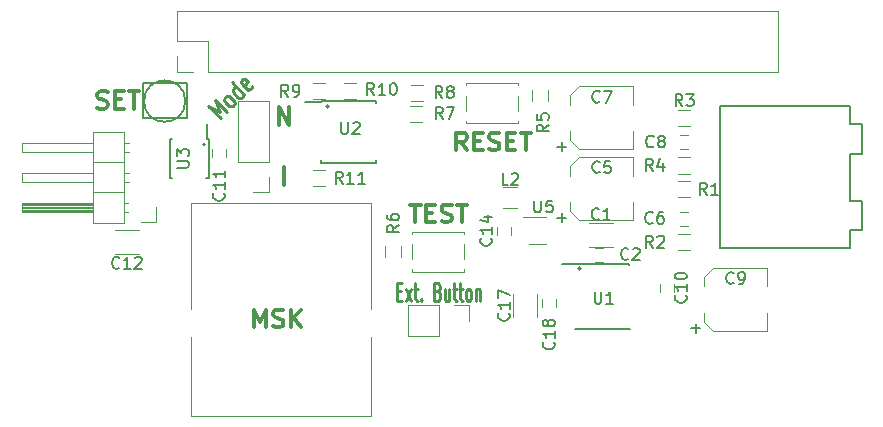
<source format=gto>
G04 #@! TF.FileFunction,Legend,Top*
%FSLAX46Y46*%
G04 Gerber Fmt 4.6, Leading zero omitted, Abs format (unit mm)*
G04 Created by KiCad (PCBNEW 4.0.7) date Sun Mar 11 19:02:25 2018*
%MOMM*%
%LPD*%
G01*
G04 APERTURE LIST*
%ADD10C,0.025400*%
%ADD11C,0.285750*%
%ADD12C,0.300000*%
%ADD13C,0.200000*%
%ADD14C,0.222250*%
%ADD15C,0.150000*%
%ADD16C,0.120000*%
G04 APERTURE END LIST*
D10*
D11*
X110247964Y-102515581D02*
X109187304Y-101454920D01*
X110214326Y-101943127D01*
X109726119Y-100916105D01*
X110786779Y-101976765D01*
X111287108Y-101476436D02*
X111159627Y-101502903D01*
X111070632Y-101490882D01*
X110931130Y-101428354D01*
X110628085Y-101125308D01*
X110565557Y-100985806D01*
X110553535Y-100896812D01*
X110580001Y-100769329D01*
X110695461Y-100653870D01*
X110822943Y-100627404D01*
X110911938Y-100639425D01*
X111051440Y-100701953D01*
X111354485Y-101004998D01*
X111417013Y-101144501D01*
X111429034Y-101233496D01*
X111402568Y-101360976D01*
X111287108Y-101476436D01*
X112249278Y-100514266D02*
X111188618Y-99453606D01*
X112198771Y-100463759D02*
X112172305Y-100591240D01*
X112018358Y-100745187D01*
X111890876Y-100771654D01*
X111801882Y-100759632D01*
X111662380Y-100697104D01*
X111359334Y-100394059D01*
X111296806Y-100254556D01*
X111284785Y-100165562D01*
X111311251Y-100038080D01*
X111465198Y-99884133D01*
X111592679Y-99857667D01*
X112891533Y-99770997D02*
X112865067Y-99898477D01*
X112711120Y-100052424D01*
X112583639Y-100078891D01*
X112444137Y-100016363D01*
X112040076Y-99612301D01*
X111977548Y-99472799D01*
X112004013Y-99345318D01*
X112157960Y-99191370D01*
X112285442Y-99164905D01*
X112424944Y-99227433D01*
X112525959Y-99328448D01*
X112242106Y-99814332D01*
D12*
X115636380Y-108123691D02*
X115636380Y-106623691D01*
X115182409Y-103069091D02*
X115182409Y-101569091D01*
X116039552Y-103069091D01*
X116039552Y-101569091D01*
D13*
X108909502Y-104727320D02*
G75*
G03X108909502Y-104727320I-80322J0D01*
G01*
D12*
X113048295Y-120193691D02*
X113048295Y-118693691D01*
X113548295Y-119765120D01*
X114048295Y-118693691D01*
X114048295Y-120193691D01*
X114691152Y-120122263D02*
X114905438Y-120193691D01*
X115262581Y-120193691D01*
X115405438Y-120122263D01*
X115476867Y-120050834D01*
X115548295Y-119907977D01*
X115548295Y-119765120D01*
X115476867Y-119622263D01*
X115405438Y-119550834D01*
X115262581Y-119479406D01*
X114976867Y-119407977D01*
X114834009Y-119336549D01*
X114762581Y-119265120D01*
X114691152Y-119122263D01*
X114691152Y-118979406D01*
X114762581Y-118836549D01*
X114834009Y-118765120D01*
X114976867Y-118693691D01*
X115334009Y-118693691D01*
X115548295Y-118765120D01*
X116191152Y-120193691D02*
X116191152Y-118693691D01*
X117048295Y-120193691D02*
X116405438Y-119336549D01*
X117048295Y-118693691D02*
X116191152Y-119550834D01*
X99810009Y-101622263D02*
X100024295Y-101693691D01*
X100381438Y-101693691D01*
X100524295Y-101622263D01*
X100595724Y-101550834D01*
X100667152Y-101407977D01*
X100667152Y-101265120D01*
X100595724Y-101122263D01*
X100524295Y-101050834D01*
X100381438Y-100979406D01*
X100095724Y-100907977D01*
X99952866Y-100836549D01*
X99881438Y-100765120D01*
X99810009Y-100622263D01*
X99810009Y-100479406D01*
X99881438Y-100336549D01*
X99952866Y-100265120D01*
X100095724Y-100193691D01*
X100452866Y-100193691D01*
X100667152Y-100265120D01*
X101310009Y-100907977D02*
X101810009Y-100907977D01*
X102024295Y-101693691D02*
X101310009Y-101693691D01*
X101310009Y-100193691D01*
X102024295Y-100193691D01*
X102452866Y-100193691D02*
X103310009Y-100193691D01*
X102881438Y-101693691D02*
X102881438Y-100193691D01*
D13*
X140762180Y-115197320D02*
G75*
G03X140762180Y-115197320I-127000J0D01*
G01*
X119426180Y-101481320D02*
G75*
G03X119426180Y-101481320I-127000J0D01*
G01*
D14*
X125203715Y-117167777D02*
X125500048Y-117167777D01*
X125627048Y-117953491D02*
X125203715Y-117953491D01*
X125203715Y-116453491D01*
X125627048Y-116453491D01*
X125923381Y-117953491D02*
X126389048Y-116953491D01*
X125923381Y-116953491D02*
X126389048Y-117953491D01*
X126600715Y-116953491D02*
X126939381Y-116953491D01*
X126727715Y-116453491D02*
X126727715Y-117739206D01*
X126770048Y-117882063D01*
X126854715Y-117953491D01*
X126939381Y-117953491D01*
X127235715Y-117810634D02*
X127278048Y-117882063D01*
X127235715Y-117953491D01*
X127193381Y-117882063D01*
X127235715Y-117810634D01*
X127235715Y-117953491D01*
X128632714Y-117167777D02*
X128759714Y-117239206D01*
X128802047Y-117310634D01*
X128844381Y-117453491D01*
X128844381Y-117667777D01*
X128802047Y-117810634D01*
X128759714Y-117882063D01*
X128675047Y-117953491D01*
X128336381Y-117953491D01*
X128336381Y-116453491D01*
X128632714Y-116453491D01*
X128717381Y-116524920D01*
X128759714Y-116596349D01*
X128802047Y-116739206D01*
X128802047Y-116882063D01*
X128759714Y-117024920D01*
X128717381Y-117096349D01*
X128632714Y-117167777D01*
X128336381Y-117167777D01*
X129606381Y-116953491D02*
X129606381Y-117953491D01*
X129225381Y-116953491D02*
X129225381Y-117739206D01*
X129267714Y-117882063D01*
X129352381Y-117953491D01*
X129479381Y-117953491D01*
X129564047Y-117882063D01*
X129606381Y-117810634D01*
X129902714Y-116953491D02*
X130241380Y-116953491D01*
X130029714Y-116453491D02*
X130029714Y-117739206D01*
X130072047Y-117882063D01*
X130156714Y-117953491D01*
X130241380Y-117953491D01*
X130410714Y-116953491D02*
X130749380Y-116953491D01*
X130537714Y-116453491D02*
X130537714Y-117739206D01*
X130580047Y-117882063D01*
X130664714Y-117953491D01*
X130749380Y-117953491D01*
X131172714Y-117953491D02*
X131088047Y-117882063D01*
X131045714Y-117810634D01*
X131003380Y-117667777D01*
X131003380Y-117239206D01*
X131045714Y-117096349D01*
X131088047Y-117024920D01*
X131172714Y-116953491D01*
X131299714Y-116953491D01*
X131384380Y-117024920D01*
X131426714Y-117096349D01*
X131469047Y-117239206D01*
X131469047Y-117667777D01*
X131426714Y-117810634D01*
X131384380Y-117882063D01*
X131299714Y-117953491D01*
X131172714Y-117953491D01*
X131850047Y-116953491D02*
X131850047Y-117953491D01*
X131850047Y-117096349D02*
X131892380Y-117024920D01*
X131977047Y-116953491D01*
X132104047Y-116953491D01*
X132188713Y-117024920D01*
X132231047Y-117167777D01*
X132231047Y-117953491D01*
D12*
X126304323Y-109803891D02*
X127161466Y-109803891D01*
X126732895Y-111303891D02*
X126732895Y-109803891D01*
X127661466Y-110518177D02*
X128161466Y-110518177D01*
X128375752Y-111303891D02*
X127661466Y-111303891D01*
X127661466Y-109803891D01*
X128375752Y-109803891D01*
X128947180Y-111232463D02*
X129161466Y-111303891D01*
X129518609Y-111303891D01*
X129661466Y-111232463D01*
X129732895Y-111161034D01*
X129804323Y-111018177D01*
X129804323Y-110875320D01*
X129732895Y-110732463D01*
X129661466Y-110661034D01*
X129518609Y-110589606D01*
X129232895Y-110518177D01*
X129090037Y-110446749D01*
X129018609Y-110375320D01*
X128947180Y-110232463D01*
X128947180Y-110089606D01*
X129018609Y-109946749D01*
X129090037Y-109875320D01*
X129232895Y-109803891D01*
X129590037Y-109803891D01*
X129804323Y-109875320D01*
X130232894Y-109803891D02*
X131090037Y-109803891D01*
X130661466Y-111303891D02*
X130661466Y-109803891D01*
X131060009Y-105207891D02*
X130560009Y-104493606D01*
X130202866Y-105207891D02*
X130202866Y-103707891D01*
X130774294Y-103707891D01*
X130917152Y-103779320D01*
X130988580Y-103850749D01*
X131060009Y-103993606D01*
X131060009Y-104207891D01*
X130988580Y-104350749D01*
X130917152Y-104422177D01*
X130774294Y-104493606D01*
X130202866Y-104493606D01*
X131702866Y-104422177D02*
X132202866Y-104422177D01*
X132417152Y-105207891D02*
X131702866Y-105207891D01*
X131702866Y-103707891D01*
X132417152Y-103707891D01*
X132988580Y-105136463D02*
X133202866Y-105207891D01*
X133560009Y-105207891D01*
X133702866Y-105136463D01*
X133774295Y-105065034D01*
X133845723Y-104922177D01*
X133845723Y-104779320D01*
X133774295Y-104636463D01*
X133702866Y-104565034D01*
X133560009Y-104493606D01*
X133274295Y-104422177D01*
X133131437Y-104350749D01*
X133060009Y-104279320D01*
X132988580Y-104136463D01*
X132988580Y-103993606D01*
X133060009Y-103850749D01*
X133131437Y-103779320D01*
X133274295Y-103707891D01*
X133631437Y-103707891D01*
X133845723Y-103779320D01*
X134488580Y-104422177D02*
X134988580Y-104422177D01*
X135202866Y-105207891D02*
X134488580Y-105207891D01*
X134488580Y-103707891D01*
X135202866Y-103707891D01*
X135631437Y-103707891D02*
X136488580Y-103707891D01*
X136060009Y-105207891D02*
X136060009Y-103707891D01*
D15*
X109259580Y-104246120D02*
X109084580Y-104246120D01*
X109259580Y-107596120D02*
X109009580Y-107596120D01*
X105909580Y-107596120D02*
X106159580Y-107596120D01*
X105909580Y-104246120D02*
X106159580Y-104246120D01*
X109259580Y-104246120D02*
X109259580Y-107596120D01*
X105909580Y-104246120D02*
X105909580Y-107596120D01*
X109084580Y-104246120D02*
X109084580Y-102996120D01*
D16*
X156513180Y-115174320D02*
X156513180Y-116724320D01*
X156513180Y-120504320D02*
X156513180Y-118954320D01*
X151173180Y-119744320D02*
X151173180Y-118954320D01*
X151173180Y-115934320D02*
X151173180Y-116724320D01*
X156513180Y-115174320D02*
X151933180Y-115174320D01*
X151933180Y-115174320D02*
X151173180Y-115934320D01*
X151173180Y-119744320D02*
X151933180Y-120504320D01*
X151933180Y-120504320D02*
X156513180Y-120504320D01*
X137052580Y-119367120D02*
X137052580Y-117367120D01*
X135012580Y-117367120D02*
X135012580Y-119367120D01*
D15*
X163500000Y-112000000D02*
X164000000Y-112000000D01*
X163500000Y-113500000D02*
X163500000Y-112000000D01*
X152500000Y-101500000D02*
X152500000Y-105500000D01*
X153000000Y-101500000D02*
X152500000Y-101500000D01*
X152500000Y-113500000D02*
X153000000Y-113500000D01*
X152500000Y-105500000D02*
X152500000Y-113500000D01*
X163500000Y-103000000D02*
X164500000Y-103000000D01*
X163500000Y-101500000D02*
X163500000Y-103000000D01*
X164000000Y-112000000D02*
X164500000Y-112000000D01*
X164500000Y-105500000D02*
X164500000Y-103000000D01*
X164500000Y-109500000D02*
X164500000Y-112000000D01*
X163500000Y-109500000D02*
X164500000Y-109500000D01*
X163500000Y-105500000D02*
X163500000Y-109500000D01*
X164500000Y-105500000D02*
X163500000Y-105500000D01*
X153000000Y-113500000D02*
X163500000Y-113500000D01*
X163500000Y-101500000D02*
X153000000Y-101500000D01*
D16*
X142636180Y-114654320D02*
X141936180Y-114654320D01*
X141936180Y-113454320D02*
X142636180Y-113454320D01*
X145170000Y-105810000D02*
X145170000Y-107360000D01*
X145170000Y-111140000D02*
X145170000Y-109590000D01*
X139830000Y-110380000D02*
X139830000Y-109590000D01*
X139830000Y-106570000D02*
X139830000Y-107360000D01*
X145170000Y-105810000D02*
X140590000Y-105810000D01*
X140590000Y-105810000D02*
X139830000Y-106570000D01*
X139830000Y-110380000D02*
X140590000Y-111140000D01*
X140590000Y-111140000D02*
X145170000Y-111140000D01*
X145170000Y-99810000D02*
X145170000Y-101360000D01*
X145170000Y-105140000D02*
X145170000Y-103590000D01*
X139830000Y-104380000D02*
X139830000Y-103590000D01*
X139830000Y-100570000D02*
X139830000Y-101360000D01*
X145170000Y-99810000D02*
X140590000Y-99810000D01*
X140590000Y-99810000D02*
X139830000Y-100570000D01*
X139830000Y-104380000D02*
X140590000Y-105140000D01*
X140590000Y-105140000D02*
X145170000Y-105140000D01*
X110724580Y-105063120D02*
X110724580Y-105763120D01*
X109524580Y-105763120D02*
X109524580Y-105063120D01*
X107750000Y-127720000D02*
X122990000Y-127720000D01*
X122990000Y-109690000D02*
X122980000Y-118680000D01*
X122990000Y-109690000D02*
X107750000Y-109690000D01*
X107750000Y-109690000D02*
X107750000Y-118690000D01*
X122980000Y-121020000D02*
X122990000Y-127720000D01*
X107750000Y-121010000D02*
X107750000Y-127720000D01*
X102060000Y-111370000D02*
X102060000Y-103630000D01*
X102060000Y-103630000D02*
X99400000Y-103630000D01*
X99400000Y-103630000D02*
X99400000Y-111370000D01*
X99400000Y-111370000D02*
X102060000Y-111370000D01*
X99400000Y-110420000D02*
X93400000Y-110420000D01*
X93400000Y-110420000D02*
X93400000Y-109660000D01*
X93400000Y-109660000D02*
X99400000Y-109660000D01*
X99400000Y-110360000D02*
X93400000Y-110360000D01*
X99400000Y-110240000D02*
X93400000Y-110240000D01*
X99400000Y-110120000D02*
X93400000Y-110120000D01*
X99400000Y-110000000D02*
X93400000Y-110000000D01*
X99400000Y-109880000D02*
X93400000Y-109880000D01*
X99400000Y-109760000D02*
X93400000Y-109760000D01*
X102390000Y-110420000D02*
X102060000Y-110420000D01*
X102390000Y-109660000D02*
X102060000Y-109660000D01*
X102060000Y-108770000D02*
X99400000Y-108770000D01*
X99400000Y-107880000D02*
X93400000Y-107880000D01*
X93400000Y-107880000D02*
X93400000Y-107120000D01*
X93400000Y-107120000D02*
X99400000Y-107120000D01*
X102457071Y-107880000D02*
X102060000Y-107880000D01*
X102457071Y-107120000D02*
X102060000Y-107120000D01*
X102060000Y-106230000D02*
X99400000Y-106230000D01*
X99400000Y-105340000D02*
X93400000Y-105340000D01*
X93400000Y-105340000D02*
X93400000Y-104580000D01*
X93400000Y-104580000D02*
X99400000Y-104580000D01*
X102457071Y-105340000D02*
X102060000Y-105340000D01*
X102457071Y-104580000D02*
X102060000Y-104580000D01*
X104770000Y-110040000D02*
X104770000Y-111310000D01*
X104770000Y-111310000D02*
X103500000Y-111310000D01*
X135362580Y-110103120D02*
X134162580Y-110103120D01*
X134162580Y-108343120D02*
X135362580Y-108343120D01*
X149000000Y-107820000D02*
X150000000Y-107820000D01*
X150000000Y-109180000D02*
X149000000Y-109180000D01*
X149000000Y-112320000D02*
X150000000Y-112320000D01*
X150000000Y-113680000D02*
X149000000Y-113680000D01*
X149000000Y-101820000D02*
X150000000Y-101820000D01*
X150000000Y-103180000D02*
X149000000Y-103180000D01*
X149000000Y-105820000D02*
X150000000Y-105820000D01*
X150000000Y-107180000D02*
X149000000Y-107180000D01*
X126292180Y-101436320D02*
X127292180Y-101436320D01*
X127292180Y-102796320D02*
X126292180Y-102796320D01*
X118037180Y-99531320D02*
X119037180Y-99531320D01*
X119037180Y-100891320D02*
X118037180Y-100891320D01*
X120704180Y-99531320D02*
X121704180Y-99531320D01*
X121704180Y-100891320D02*
X120704180Y-100891320D01*
X119037180Y-108257320D02*
X118037180Y-108257320D01*
X118037180Y-106897320D02*
X119037180Y-106897320D01*
D15*
X103625000Y-99500000D02*
X107375000Y-99500000D01*
X103625000Y-102500000D02*
X103625000Y-99500000D01*
X107375000Y-102500000D02*
X103625000Y-102500000D01*
X107375000Y-99500000D02*
X107375000Y-102500000D01*
X107250000Y-101050000D02*
G75*
G03X107250000Y-101050000I-1750000J0D01*
G01*
X144840180Y-114810320D02*
X144840180Y-114910320D01*
X144865180Y-120335320D02*
X144865180Y-120310320D01*
X140215180Y-120335320D02*
X140215180Y-120310320D01*
X139140180Y-114810320D02*
X144840180Y-114810320D01*
X140215180Y-120335320D02*
X144865180Y-120335320D01*
D16*
X157460000Y-98600000D02*
X157460000Y-93400000D01*
X109140000Y-98600000D02*
X157460000Y-98600000D01*
X106540000Y-93400000D02*
X157460000Y-93400000D01*
X109140000Y-98600000D02*
X109140000Y-96000000D01*
X109140000Y-96000000D02*
X106540000Y-96000000D01*
X106540000Y-96000000D02*
X106540000Y-93400000D01*
X107870000Y-98600000D02*
X106540000Y-98600000D01*
X106540000Y-98600000D02*
X106540000Y-97270000D01*
X126097180Y-118312320D02*
X126097180Y-120972320D01*
X128697180Y-118312320D02*
X126097180Y-118312320D01*
X128697180Y-120972320D02*
X126097180Y-120972320D01*
X128697180Y-118312320D02*
X128697180Y-120972320D01*
X129967180Y-118312320D02*
X131297180Y-118312320D01*
X131297180Y-118312320D02*
X131297180Y-119642320D01*
X137982580Y-100075120D02*
X137982580Y-101075120D01*
X136622580Y-101075120D02*
X136622580Y-100075120D01*
X125536580Y-113283120D02*
X125536580Y-114283120D01*
X124176580Y-114283120D02*
X124176580Y-113283120D01*
D15*
X118752180Y-101015320D02*
X118752180Y-101140320D01*
X123402180Y-101015320D02*
X123402180Y-101240320D01*
X123402180Y-106265320D02*
X123402180Y-106040320D01*
X118752180Y-106265320D02*
X118752180Y-106040320D01*
X118752180Y-101015320D02*
X123402180Y-101015320D01*
X118752180Y-106265320D02*
X123402180Y-106265320D01*
X118752180Y-101140320D02*
X117402180Y-101140320D01*
D16*
X126466580Y-115295120D02*
X126466580Y-115495120D01*
X126466580Y-113145120D02*
X126466580Y-114445120D01*
X126466580Y-112095120D02*
X126466580Y-112295120D01*
X130866580Y-112095120D02*
X126466580Y-112095120D01*
X130866580Y-112295120D02*
X130866580Y-112095120D01*
X130866580Y-114445120D02*
X130866580Y-113145120D01*
X130866580Y-115495120D02*
X130866580Y-115295120D01*
X126466580Y-115495120D02*
X130866580Y-115495120D01*
X135438580Y-99727320D02*
X135438580Y-99527320D01*
X135438580Y-101877320D02*
X135438580Y-100577320D01*
X135438580Y-102927320D02*
X135438580Y-102727320D01*
X131038580Y-102927320D02*
X135438580Y-102927320D01*
X131038580Y-102727320D02*
X131038580Y-102927320D01*
X131038580Y-100577320D02*
X131038580Y-101877320D01*
X131038580Y-99527320D02*
X131038580Y-99727320D01*
X135438580Y-99527320D02*
X131038580Y-99527320D01*
X134854580Y-111667120D02*
X134854580Y-112367120D01*
X133654580Y-112367120D02*
X133654580Y-111667120D01*
X137464580Y-118463120D02*
X137464580Y-117763120D01*
X138664580Y-117763120D02*
X138664580Y-118463120D01*
X114342580Y-101035120D02*
X111682580Y-101035120D01*
X114342580Y-106175120D02*
X114342580Y-101035120D01*
X111682580Y-106175120D02*
X111682580Y-101035120D01*
X114342580Y-106175120D02*
X111682580Y-106175120D01*
X114342580Y-107445120D02*
X114342580Y-108775120D01*
X114342580Y-108775120D02*
X113012580Y-108775120D01*
X127388580Y-101013120D02*
X126388580Y-101013120D01*
X126388580Y-99653120D02*
X127388580Y-99653120D01*
X137748580Y-110857120D02*
X135848580Y-110857120D01*
X136348580Y-113177120D02*
X137748580Y-113177120D01*
X143437180Y-111383320D02*
X141437180Y-111383320D01*
X141437180Y-113423320D02*
X143437180Y-113423320D01*
X103301380Y-111962320D02*
X101301380Y-111962320D01*
X101301380Y-114002320D02*
X103301380Y-114002320D01*
X149850000Y-111600000D02*
X149150000Y-111600000D01*
X149150000Y-110400000D02*
X149850000Y-110400000D01*
X149850000Y-105100000D02*
X149150000Y-105100000D01*
X149150000Y-103900000D02*
X149850000Y-103900000D01*
X148601180Y-116510320D02*
X148601180Y-117210320D01*
X147401180Y-117210320D02*
X147401180Y-116510320D01*
D15*
X106528961Y-106683025D02*
X107338485Y-106683025D01*
X107433723Y-106635406D01*
X107481342Y-106587787D01*
X107528961Y-106492549D01*
X107528961Y-106302072D01*
X107481342Y-106206834D01*
X107433723Y-106159215D01*
X107338485Y-106111596D01*
X106528961Y-106111596D01*
X106528961Y-105730644D02*
X106528961Y-105111596D01*
X106909913Y-105444930D01*
X106909913Y-105302072D01*
X106957532Y-105206834D01*
X107005151Y-105159215D01*
X107100390Y-105111596D01*
X107338485Y-105111596D01*
X107433723Y-105159215D01*
X107481342Y-105206834D01*
X107528961Y-105302072D01*
X107528961Y-105587787D01*
X107481342Y-105683025D01*
X107433723Y-105730644D01*
X153676514Y-116443463D02*
X153628895Y-116491082D01*
X153486038Y-116538701D01*
X153390800Y-116538701D01*
X153247942Y-116491082D01*
X153152704Y-116395844D01*
X153105085Y-116300606D01*
X153057466Y-116110130D01*
X153057466Y-115967272D01*
X153105085Y-115776796D01*
X153152704Y-115681558D01*
X153247942Y-115586320D01*
X153390800Y-115538701D01*
X153486038Y-115538701D01*
X153628895Y-115586320D01*
X153676514Y-115633939D01*
X154152704Y-116538701D02*
X154343180Y-116538701D01*
X154438419Y-116491082D01*
X154486038Y-116443463D01*
X154581276Y-116300606D01*
X154628895Y-116110130D01*
X154628895Y-115729177D01*
X154581276Y-115633939D01*
X154533657Y-115586320D01*
X154438419Y-115538701D01*
X154247942Y-115538701D01*
X154152704Y-115586320D01*
X154105085Y-115633939D01*
X154057466Y-115729177D01*
X154057466Y-115967272D01*
X154105085Y-116062510D01*
X154152704Y-116110130D01*
X154247942Y-116157749D01*
X154438419Y-116157749D01*
X154533657Y-116110130D01*
X154581276Y-116062510D01*
X154628895Y-115967272D01*
X150082228Y-120275749D02*
X150844133Y-120275749D01*
X150463181Y-120656701D02*
X150463181Y-119894796D01*
X134611723Y-119009977D02*
X134659342Y-119057596D01*
X134706961Y-119200453D01*
X134706961Y-119295691D01*
X134659342Y-119438549D01*
X134564104Y-119533787D01*
X134468866Y-119581406D01*
X134278390Y-119629025D01*
X134135532Y-119629025D01*
X133945056Y-119581406D01*
X133849818Y-119533787D01*
X133754580Y-119438549D01*
X133706961Y-119295691D01*
X133706961Y-119200453D01*
X133754580Y-119057596D01*
X133802199Y-119009977D01*
X134706961Y-118057596D02*
X134706961Y-118629025D01*
X134706961Y-118343311D02*
X133706961Y-118343311D01*
X133849818Y-118438549D01*
X133945056Y-118533787D01*
X133992675Y-118629025D01*
X133706961Y-117724263D02*
X133706961Y-117057596D01*
X134706961Y-117486168D01*
X144755914Y-114406263D02*
X144708295Y-114453882D01*
X144565438Y-114501501D01*
X144470200Y-114501501D01*
X144327342Y-114453882D01*
X144232104Y-114358644D01*
X144184485Y-114263406D01*
X144136866Y-114072930D01*
X144136866Y-113930072D01*
X144184485Y-113739596D01*
X144232104Y-113644358D01*
X144327342Y-113549120D01*
X144470200Y-113501501D01*
X144565438Y-113501501D01*
X144708295Y-113549120D01*
X144755914Y-113596739D01*
X145136866Y-113596739D02*
X145184485Y-113549120D01*
X145279723Y-113501501D01*
X145517819Y-113501501D01*
X145613057Y-113549120D01*
X145660676Y-113596739D01*
X145708295Y-113691977D01*
X145708295Y-113787215D01*
X145660676Y-113930072D01*
X145089247Y-114501501D01*
X145708295Y-114501501D01*
X142333334Y-107045463D02*
X142285715Y-107093082D01*
X142142858Y-107140701D01*
X142047620Y-107140701D01*
X141904762Y-107093082D01*
X141809524Y-106997844D01*
X141761905Y-106902606D01*
X141714286Y-106712130D01*
X141714286Y-106569272D01*
X141761905Y-106378796D01*
X141809524Y-106283558D01*
X141904762Y-106188320D01*
X142047620Y-106140701D01*
X142142858Y-106140701D01*
X142285715Y-106188320D01*
X142333334Y-106235939D01*
X143238096Y-106140701D02*
X142761905Y-106140701D01*
X142714286Y-106616891D01*
X142761905Y-106569272D01*
X142857143Y-106521653D01*
X143095239Y-106521653D01*
X143190477Y-106569272D01*
X143238096Y-106616891D01*
X143285715Y-106712130D01*
X143285715Y-106950225D01*
X143238096Y-107045463D01*
X143190477Y-107093082D01*
X143095239Y-107140701D01*
X142857143Y-107140701D01*
X142761905Y-107093082D01*
X142714286Y-107045463D01*
X138739048Y-110911429D02*
X139500953Y-110911429D01*
X139120001Y-111292381D02*
X139120001Y-110530476D01*
X142333334Y-101076463D02*
X142285715Y-101124082D01*
X142142858Y-101171701D01*
X142047620Y-101171701D01*
X141904762Y-101124082D01*
X141809524Y-101028844D01*
X141761905Y-100933606D01*
X141714286Y-100743130D01*
X141714286Y-100600272D01*
X141761905Y-100409796D01*
X141809524Y-100314558D01*
X141904762Y-100219320D01*
X142047620Y-100171701D01*
X142142858Y-100171701D01*
X142285715Y-100219320D01*
X142333334Y-100266939D01*
X142666667Y-100171701D02*
X143333334Y-100171701D01*
X142904762Y-101171701D01*
X138739048Y-104911429D02*
X139500953Y-104911429D01*
X139120001Y-105292381D02*
X139120001Y-104530476D01*
X110481723Y-108849977D02*
X110529342Y-108897596D01*
X110576961Y-109040453D01*
X110576961Y-109135691D01*
X110529342Y-109278549D01*
X110434104Y-109373787D01*
X110338866Y-109421406D01*
X110148390Y-109469025D01*
X110005532Y-109469025D01*
X109815056Y-109421406D01*
X109719818Y-109373787D01*
X109624580Y-109278549D01*
X109576961Y-109135691D01*
X109576961Y-109040453D01*
X109624580Y-108897596D01*
X109672199Y-108849977D01*
X110576961Y-107897596D02*
X110576961Y-108469025D01*
X110576961Y-108183311D02*
X109576961Y-108183311D01*
X109719818Y-108278549D01*
X109815056Y-108373787D01*
X109862675Y-108469025D01*
X110576961Y-106945215D02*
X110576961Y-107516644D01*
X110576961Y-107230930D02*
X109576961Y-107230930D01*
X109719818Y-107326168D01*
X109815056Y-107421406D01*
X109862675Y-107516644D01*
X134595914Y-108151501D02*
X134119723Y-108151501D01*
X134119723Y-107151501D01*
X134881628Y-107246739D02*
X134929247Y-107199120D01*
X135024485Y-107151501D01*
X135262581Y-107151501D01*
X135357819Y-107199120D01*
X135405438Y-107246739D01*
X135453057Y-107341977D01*
X135453057Y-107437215D01*
X135405438Y-107580072D01*
X134834009Y-108151501D01*
X135453057Y-108151501D01*
X151410714Y-108967501D02*
X151077380Y-108491310D01*
X150839285Y-108967501D02*
X150839285Y-107967501D01*
X151220238Y-107967501D01*
X151315476Y-108015120D01*
X151363095Y-108062739D01*
X151410714Y-108157977D01*
X151410714Y-108300834D01*
X151363095Y-108396072D01*
X151315476Y-108443691D01*
X151220238Y-108491310D01*
X150839285Y-108491310D01*
X152363095Y-108967501D02*
X151791666Y-108967501D01*
X152077380Y-108967501D02*
X152077380Y-107967501D01*
X151982142Y-108110358D01*
X151886904Y-108205596D01*
X151791666Y-108253215D01*
X146833334Y-113452381D02*
X146500000Y-112976190D01*
X146261905Y-113452381D02*
X146261905Y-112452381D01*
X146642858Y-112452381D01*
X146738096Y-112500000D01*
X146785715Y-112547619D01*
X146833334Y-112642857D01*
X146833334Y-112785714D01*
X146785715Y-112880952D01*
X146738096Y-112928571D01*
X146642858Y-112976190D01*
X146261905Y-112976190D01*
X147214286Y-112547619D02*
X147261905Y-112500000D01*
X147357143Y-112452381D01*
X147595239Y-112452381D01*
X147690477Y-112500000D01*
X147738096Y-112547619D01*
X147785715Y-112642857D01*
X147785715Y-112738095D01*
X147738096Y-112880952D01*
X147166667Y-113452381D01*
X147785715Y-113452381D01*
X149333334Y-101452381D02*
X149000000Y-100976190D01*
X148761905Y-101452381D02*
X148761905Y-100452381D01*
X149142858Y-100452381D01*
X149238096Y-100500000D01*
X149285715Y-100547619D01*
X149333334Y-100642857D01*
X149333334Y-100785714D01*
X149285715Y-100880952D01*
X149238096Y-100928571D01*
X149142858Y-100976190D01*
X148761905Y-100976190D01*
X149666667Y-100452381D02*
X150285715Y-100452381D01*
X149952381Y-100833333D01*
X150095239Y-100833333D01*
X150190477Y-100880952D01*
X150238096Y-100928571D01*
X150285715Y-101023810D01*
X150285715Y-101261905D01*
X150238096Y-101357143D01*
X150190477Y-101404762D01*
X150095239Y-101452381D01*
X149809524Y-101452381D01*
X149714286Y-101404762D01*
X149666667Y-101357143D01*
X146833334Y-106952381D02*
X146500000Y-106476190D01*
X146261905Y-106952381D02*
X146261905Y-105952381D01*
X146642858Y-105952381D01*
X146738096Y-106000000D01*
X146785715Y-106047619D01*
X146833334Y-106142857D01*
X146833334Y-106285714D01*
X146785715Y-106380952D01*
X146738096Y-106428571D01*
X146642858Y-106476190D01*
X146261905Y-106476190D01*
X147690477Y-106285714D02*
X147690477Y-106952381D01*
X147452381Y-105904762D02*
X147214286Y-106619048D01*
X147833334Y-106619048D01*
X129038514Y-102568701D02*
X128705180Y-102092510D01*
X128467085Y-102568701D02*
X128467085Y-101568701D01*
X128848038Y-101568701D01*
X128943276Y-101616320D01*
X128990895Y-101663939D01*
X129038514Y-101759177D01*
X129038514Y-101902034D01*
X128990895Y-101997272D01*
X128943276Y-102044891D01*
X128848038Y-102092510D01*
X128467085Y-102092510D01*
X129371847Y-101568701D02*
X130038514Y-101568701D01*
X129609942Y-102568701D01*
X115957514Y-100663701D02*
X115624180Y-100187510D01*
X115386085Y-100663701D02*
X115386085Y-99663701D01*
X115767038Y-99663701D01*
X115862276Y-99711320D01*
X115909895Y-99758939D01*
X115957514Y-99854177D01*
X115957514Y-99997034D01*
X115909895Y-100092272D01*
X115862276Y-100139891D01*
X115767038Y-100187510D01*
X115386085Y-100187510D01*
X116433704Y-100663701D02*
X116624180Y-100663701D01*
X116719419Y-100616082D01*
X116767038Y-100568463D01*
X116862276Y-100425606D01*
X116909895Y-100235130D01*
X116909895Y-99854177D01*
X116862276Y-99758939D01*
X116814657Y-99711320D01*
X116719419Y-99663701D01*
X116528942Y-99663701D01*
X116433704Y-99711320D01*
X116386085Y-99758939D01*
X116338466Y-99854177D01*
X116338466Y-100092272D01*
X116386085Y-100187510D01*
X116433704Y-100235130D01*
X116528942Y-100282749D01*
X116719419Y-100282749D01*
X116814657Y-100235130D01*
X116862276Y-100187510D01*
X116909895Y-100092272D01*
X123228323Y-100536701D02*
X122894989Y-100060510D01*
X122656894Y-100536701D02*
X122656894Y-99536701D01*
X123037847Y-99536701D01*
X123133085Y-99584320D01*
X123180704Y-99631939D01*
X123228323Y-99727177D01*
X123228323Y-99870034D01*
X123180704Y-99965272D01*
X123133085Y-100012891D01*
X123037847Y-100060510D01*
X122656894Y-100060510D01*
X124180704Y-100536701D02*
X123609275Y-100536701D01*
X123894989Y-100536701D02*
X123894989Y-99536701D01*
X123799751Y-99679558D01*
X123704513Y-99774796D01*
X123609275Y-99822415D01*
X124799751Y-99536701D02*
X124894990Y-99536701D01*
X124990228Y-99584320D01*
X125037847Y-99631939D01*
X125085466Y-99727177D01*
X125133085Y-99917653D01*
X125133085Y-100155749D01*
X125085466Y-100346225D01*
X125037847Y-100441463D01*
X124990228Y-100489082D01*
X124894990Y-100536701D01*
X124799751Y-100536701D01*
X124704513Y-100489082D01*
X124656894Y-100441463D01*
X124609275Y-100346225D01*
X124561656Y-100155749D01*
X124561656Y-99917653D01*
X124609275Y-99727177D01*
X124656894Y-99631939D01*
X124704513Y-99584320D01*
X124799751Y-99536701D01*
X120561323Y-108029701D02*
X120227989Y-107553510D01*
X119989894Y-108029701D02*
X119989894Y-107029701D01*
X120370847Y-107029701D01*
X120466085Y-107077320D01*
X120513704Y-107124939D01*
X120561323Y-107220177D01*
X120561323Y-107363034D01*
X120513704Y-107458272D01*
X120466085Y-107505891D01*
X120370847Y-107553510D01*
X119989894Y-107553510D01*
X121513704Y-108029701D02*
X120942275Y-108029701D01*
X121227989Y-108029701D02*
X121227989Y-107029701D01*
X121132751Y-107172558D01*
X121037513Y-107267796D01*
X120942275Y-107315415D01*
X122466085Y-108029701D02*
X121894656Y-108029701D01*
X122180370Y-108029701D02*
X122180370Y-107029701D01*
X122085132Y-107172558D01*
X121989894Y-107267796D01*
X121894656Y-107315415D01*
X141905275Y-117189701D02*
X141905275Y-117999225D01*
X141952894Y-118094463D01*
X142000513Y-118142082D01*
X142095751Y-118189701D01*
X142286228Y-118189701D01*
X142381466Y-118142082D01*
X142429085Y-118094463D01*
X142476704Y-117999225D01*
X142476704Y-117189701D01*
X143476704Y-118189701D02*
X142905275Y-118189701D01*
X143190989Y-118189701D02*
X143190989Y-117189701D01*
X143095751Y-117332558D01*
X143000513Y-117427796D01*
X142905275Y-117475415D01*
X138008961Y-103039786D02*
X137532770Y-103373120D01*
X138008961Y-103611215D02*
X137008961Y-103611215D01*
X137008961Y-103230262D01*
X137056580Y-103135024D01*
X137104199Y-103087405D01*
X137199437Y-103039786D01*
X137342294Y-103039786D01*
X137437532Y-103087405D01*
X137485151Y-103135024D01*
X137532770Y-103230262D01*
X137532770Y-103611215D01*
X137008961Y-102135024D02*
X137008961Y-102611215D01*
X137485151Y-102658834D01*
X137437532Y-102611215D01*
X137389913Y-102515977D01*
X137389913Y-102277881D01*
X137437532Y-102182643D01*
X137485151Y-102135024D01*
X137580390Y-102087405D01*
X137818485Y-102087405D01*
X137913723Y-102135024D01*
X137961342Y-102182643D01*
X138008961Y-102277881D01*
X138008961Y-102515977D01*
X137961342Y-102611215D01*
X137913723Y-102658834D01*
X125308961Y-111536786D02*
X124832770Y-111870120D01*
X125308961Y-112108215D02*
X124308961Y-112108215D01*
X124308961Y-111727262D01*
X124356580Y-111632024D01*
X124404199Y-111584405D01*
X124499437Y-111536786D01*
X124642294Y-111536786D01*
X124737532Y-111584405D01*
X124785151Y-111632024D01*
X124832770Y-111727262D01*
X124832770Y-112108215D01*
X124308961Y-110679643D02*
X124308961Y-110870120D01*
X124356580Y-110965358D01*
X124404199Y-111012977D01*
X124547056Y-111108215D01*
X124737532Y-111155834D01*
X125118485Y-111155834D01*
X125213723Y-111108215D01*
X125261342Y-111060596D01*
X125308961Y-110965358D01*
X125308961Y-110774881D01*
X125261342Y-110679643D01*
X125213723Y-110632024D01*
X125118485Y-110584405D01*
X124880390Y-110584405D01*
X124785151Y-110632024D01*
X124737532Y-110679643D01*
X124689913Y-110774881D01*
X124689913Y-110965358D01*
X124737532Y-111060596D01*
X124785151Y-111108215D01*
X124880390Y-111155834D01*
X120442275Y-102838701D02*
X120442275Y-103648225D01*
X120489894Y-103743463D01*
X120537513Y-103791082D01*
X120632751Y-103838701D01*
X120823228Y-103838701D01*
X120918466Y-103791082D01*
X120966085Y-103743463D01*
X121013704Y-103648225D01*
X121013704Y-102838701D01*
X121442275Y-102933939D02*
X121489894Y-102886320D01*
X121585132Y-102838701D01*
X121823228Y-102838701D01*
X121918466Y-102886320D01*
X121966085Y-102933939D01*
X122013704Y-103029177D01*
X122013704Y-103124415D01*
X121966085Y-103267272D01*
X121394656Y-103838701D01*
X122013704Y-103838701D01*
X133111723Y-112659977D02*
X133159342Y-112707596D01*
X133206961Y-112850453D01*
X133206961Y-112945691D01*
X133159342Y-113088549D01*
X133064104Y-113183787D01*
X132968866Y-113231406D01*
X132778390Y-113279025D01*
X132635532Y-113279025D01*
X132445056Y-113231406D01*
X132349818Y-113183787D01*
X132254580Y-113088549D01*
X132206961Y-112945691D01*
X132206961Y-112850453D01*
X132254580Y-112707596D01*
X132302199Y-112659977D01*
X133206961Y-111707596D02*
X133206961Y-112279025D01*
X133206961Y-111993311D02*
X132206961Y-111993311D01*
X132349818Y-112088549D01*
X132445056Y-112183787D01*
X132492675Y-112279025D01*
X132540294Y-110850453D02*
X133206961Y-110850453D01*
X132159342Y-111088549D02*
X132873628Y-111326644D01*
X132873628Y-110707596D01*
X138421723Y-121448377D02*
X138469342Y-121495996D01*
X138516961Y-121638853D01*
X138516961Y-121734091D01*
X138469342Y-121876949D01*
X138374104Y-121972187D01*
X138278866Y-122019806D01*
X138088390Y-122067425D01*
X137945532Y-122067425D01*
X137755056Y-122019806D01*
X137659818Y-121972187D01*
X137564580Y-121876949D01*
X137516961Y-121734091D01*
X137516961Y-121638853D01*
X137564580Y-121495996D01*
X137612199Y-121448377D01*
X138516961Y-120495996D02*
X138516961Y-121067425D01*
X138516961Y-120781711D02*
X137516961Y-120781711D01*
X137659818Y-120876949D01*
X137755056Y-120972187D01*
X137802675Y-121067425D01*
X137945532Y-119924568D02*
X137897913Y-120019806D01*
X137850294Y-120067425D01*
X137755056Y-120115044D01*
X137707437Y-120115044D01*
X137612199Y-120067425D01*
X137564580Y-120019806D01*
X137516961Y-119924568D01*
X137516961Y-119734091D01*
X137564580Y-119638853D01*
X137612199Y-119591234D01*
X137707437Y-119543615D01*
X137755056Y-119543615D01*
X137850294Y-119591234D01*
X137897913Y-119638853D01*
X137945532Y-119734091D01*
X137945532Y-119924568D01*
X137993151Y-120019806D01*
X138040770Y-120067425D01*
X138136009Y-120115044D01*
X138326485Y-120115044D01*
X138421723Y-120067425D01*
X138469342Y-120019806D01*
X138516961Y-119924568D01*
X138516961Y-119734091D01*
X138469342Y-119638853D01*
X138421723Y-119591234D01*
X138326485Y-119543615D01*
X138136009Y-119543615D01*
X138040770Y-119591234D01*
X137993151Y-119638853D01*
X137945532Y-119734091D01*
X129007914Y-100785501D02*
X128674580Y-100309310D01*
X128436485Y-100785501D02*
X128436485Y-99785501D01*
X128817438Y-99785501D01*
X128912676Y-99833120D01*
X128960295Y-99880739D01*
X129007914Y-99975977D01*
X129007914Y-100118834D01*
X128960295Y-100214072D01*
X128912676Y-100261691D01*
X128817438Y-100309310D01*
X128436485Y-100309310D01*
X129579342Y-100214072D02*
X129484104Y-100166453D01*
X129436485Y-100118834D01*
X129388866Y-100023596D01*
X129388866Y-99975977D01*
X129436485Y-99880739D01*
X129484104Y-99833120D01*
X129579342Y-99785501D01*
X129769819Y-99785501D01*
X129865057Y-99833120D01*
X129912676Y-99880739D01*
X129960295Y-99975977D01*
X129960295Y-100023596D01*
X129912676Y-100118834D01*
X129865057Y-100166453D01*
X129769819Y-100214072D01*
X129579342Y-100214072D01*
X129484104Y-100261691D01*
X129436485Y-100309310D01*
X129388866Y-100404549D01*
X129388866Y-100595025D01*
X129436485Y-100690263D01*
X129484104Y-100737882D01*
X129579342Y-100785501D01*
X129769819Y-100785501D01*
X129865057Y-100737882D01*
X129912676Y-100690263D01*
X129960295Y-100595025D01*
X129960295Y-100404549D01*
X129912676Y-100309310D01*
X129865057Y-100261691D01*
X129769819Y-100214072D01*
X136794675Y-109469501D02*
X136794675Y-110279025D01*
X136842294Y-110374263D01*
X136889913Y-110421882D01*
X136985151Y-110469501D01*
X137175628Y-110469501D01*
X137270866Y-110421882D01*
X137318485Y-110374263D01*
X137366104Y-110279025D01*
X137366104Y-109469501D01*
X138318485Y-109469501D02*
X137842294Y-109469501D01*
X137794675Y-109945691D01*
X137842294Y-109898072D01*
X137937532Y-109850453D01*
X138175628Y-109850453D01*
X138270866Y-109898072D01*
X138318485Y-109945691D01*
X138366104Y-110040930D01*
X138366104Y-110279025D01*
X138318485Y-110374263D01*
X138270866Y-110421882D01*
X138175628Y-110469501D01*
X137937532Y-110469501D01*
X137842294Y-110421882D01*
X137794675Y-110374263D01*
X142270514Y-111010463D02*
X142222895Y-111058082D01*
X142080038Y-111105701D01*
X141984800Y-111105701D01*
X141841942Y-111058082D01*
X141746704Y-110962844D01*
X141699085Y-110867606D01*
X141651466Y-110677130D01*
X141651466Y-110534272D01*
X141699085Y-110343796D01*
X141746704Y-110248558D01*
X141841942Y-110153320D01*
X141984800Y-110105701D01*
X142080038Y-110105701D01*
X142222895Y-110153320D01*
X142270514Y-110200939D01*
X143222895Y-111105701D02*
X142651466Y-111105701D01*
X142937180Y-111105701D02*
X142937180Y-110105701D01*
X142841942Y-110248558D01*
X142746704Y-110343796D01*
X142651466Y-110391415D01*
X101658523Y-115142863D02*
X101610904Y-115190482D01*
X101468047Y-115238101D01*
X101372809Y-115238101D01*
X101229951Y-115190482D01*
X101134713Y-115095244D01*
X101087094Y-115000006D01*
X101039475Y-114809530D01*
X101039475Y-114666672D01*
X101087094Y-114476196D01*
X101134713Y-114380958D01*
X101229951Y-114285720D01*
X101372809Y-114238101D01*
X101468047Y-114238101D01*
X101610904Y-114285720D01*
X101658523Y-114333339D01*
X102610904Y-115238101D02*
X102039475Y-115238101D01*
X102325189Y-115238101D02*
X102325189Y-114238101D01*
X102229951Y-114380958D01*
X102134713Y-114476196D01*
X102039475Y-114523815D01*
X102991856Y-114333339D02*
X103039475Y-114285720D01*
X103134713Y-114238101D01*
X103372809Y-114238101D01*
X103468047Y-114285720D01*
X103515666Y-114333339D01*
X103563285Y-114428577D01*
X103563285Y-114523815D01*
X103515666Y-114666672D01*
X102944237Y-115238101D01*
X103563285Y-115238101D01*
X146813314Y-111332863D02*
X146765695Y-111380482D01*
X146622838Y-111428101D01*
X146527600Y-111428101D01*
X146384742Y-111380482D01*
X146289504Y-111285244D01*
X146241885Y-111190006D01*
X146194266Y-110999530D01*
X146194266Y-110856672D01*
X146241885Y-110666196D01*
X146289504Y-110570958D01*
X146384742Y-110475720D01*
X146527600Y-110428101D01*
X146622838Y-110428101D01*
X146765695Y-110475720D01*
X146813314Y-110523339D01*
X147670457Y-110428101D02*
X147479980Y-110428101D01*
X147384742Y-110475720D01*
X147337123Y-110523339D01*
X147241885Y-110666196D01*
X147194266Y-110856672D01*
X147194266Y-111237625D01*
X147241885Y-111332863D01*
X147289504Y-111380482D01*
X147384742Y-111428101D01*
X147575219Y-111428101D01*
X147670457Y-111380482D01*
X147718076Y-111332863D01*
X147765695Y-111237625D01*
X147765695Y-110999530D01*
X147718076Y-110904291D01*
X147670457Y-110856672D01*
X147575219Y-110809053D01*
X147384742Y-110809053D01*
X147289504Y-110856672D01*
X147241885Y-110904291D01*
X147194266Y-110999530D01*
X146889514Y-104881263D02*
X146841895Y-104928882D01*
X146699038Y-104976501D01*
X146603800Y-104976501D01*
X146460942Y-104928882D01*
X146365704Y-104833644D01*
X146318085Y-104738406D01*
X146270466Y-104547930D01*
X146270466Y-104405072D01*
X146318085Y-104214596D01*
X146365704Y-104119358D01*
X146460942Y-104024120D01*
X146603800Y-103976501D01*
X146699038Y-103976501D01*
X146841895Y-104024120D01*
X146889514Y-104071739D01*
X147460942Y-104405072D02*
X147365704Y-104357453D01*
X147318085Y-104309834D01*
X147270466Y-104214596D01*
X147270466Y-104166977D01*
X147318085Y-104071739D01*
X147365704Y-104024120D01*
X147460942Y-103976501D01*
X147651419Y-103976501D01*
X147746657Y-104024120D01*
X147794276Y-104071739D01*
X147841895Y-104166977D01*
X147841895Y-104214596D01*
X147794276Y-104309834D01*
X147746657Y-104357453D01*
X147651419Y-104405072D01*
X147460942Y-104405072D01*
X147365704Y-104452691D01*
X147318085Y-104500310D01*
X147270466Y-104595549D01*
X147270466Y-104786025D01*
X147318085Y-104881263D01*
X147365704Y-104928882D01*
X147460942Y-104976501D01*
X147651419Y-104976501D01*
X147746657Y-104928882D01*
X147794276Y-104881263D01*
X147841895Y-104786025D01*
X147841895Y-104595549D01*
X147794276Y-104500310D01*
X147746657Y-104452691D01*
X147651419Y-104405072D01*
X149597723Y-117485977D02*
X149645342Y-117533596D01*
X149692961Y-117676453D01*
X149692961Y-117771691D01*
X149645342Y-117914549D01*
X149550104Y-118009787D01*
X149454866Y-118057406D01*
X149264390Y-118105025D01*
X149121532Y-118105025D01*
X148931056Y-118057406D01*
X148835818Y-118009787D01*
X148740580Y-117914549D01*
X148692961Y-117771691D01*
X148692961Y-117676453D01*
X148740580Y-117533596D01*
X148788199Y-117485977D01*
X149692961Y-116533596D02*
X149692961Y-117105025D01*
X149692961Y-116819311D02*
X148692961Y-116819311D01*
X148835818Y-116914549D01*
X148931056Y-117009787D01*
X148978675Y-117105025D01*
X148692961Y-115914549D02*
X148692961Y-115819310D01*
X148740580Y-115724072D01*
X148788199Y-115676453D01*
X148883437Y-115628834D01*
X149073913Y-115581215D01*
X149312009Y-115581215D01*
X149502485Y-115628834D01*
X149597723Y-115676453D01*
X149645342Y-115724072D01*
X149692961Y-115819310D01*
X149692961Y-115914549D01*
X149645342Y-116009787D01*
X149597723Y-116057406D01*
X149502485Y-116105025D01*
X149312009Y-116152644D01*
X149073913Y-116152644D01*
X148883437Y-116105025D01*
X148788199Y-116057406D01*
X148740580Y-116009787D01*
X148692961Y-115914549D01*
M02*

</source>
